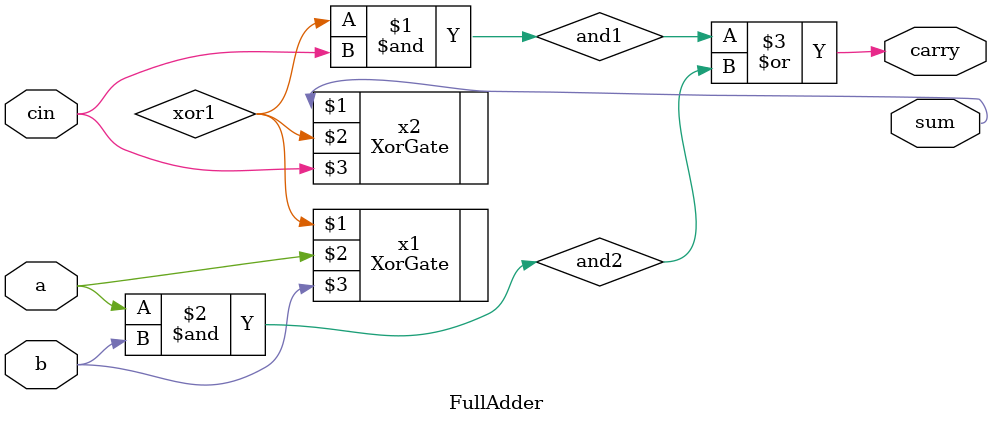
<source format=v>
`timescale 1ns / 1ps
module FullAdder(output sum, carry, input a, b, cin
    );

	wire xor1, and1, and2;
//Gates for FA circuitry
	XorGate 	x1 (xor1,a,b);
	XorGate	x2 (sum,xor1,cin);
	and 	(and1, xor1,cin);
	and 	(and2, a,b);
	or 	(carry, and1, and2);
endmodule

</source>
